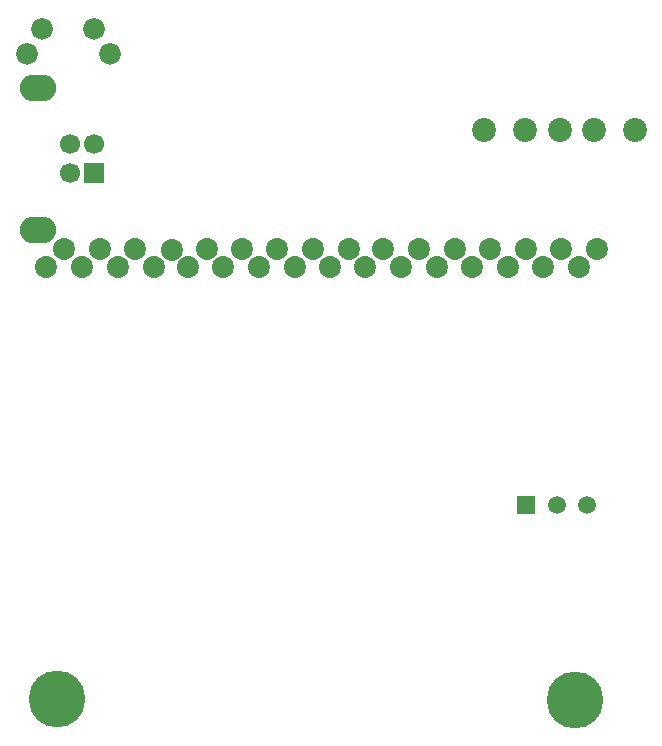
<source format=gbr>
%TF.GenerationSoftware,KiCad,Pcbnew,(6.0.2)*%
%TF.CreationDate,2022-08-25T20:59:28-05:00*%
%TF.ProjectId,REF1479,52454631-3437-4392-9e6b-696361645f70,rev?*%
%TF.SameCoordinates,Original*%
%TF.FileFunction,Soldermask,Bot*%
%TF.FilePolarity,Negative*%
%FSLAX46Y46*%
G04 Gerber Fmt 4.6, Leading zero omitted, Abs format (unit mm)*
G04 Created by KiCad (PCBNEW (6.0.2)) date 2022-08-25 20:59:28*
%MOMM*%
%LPD*%
G01*
G04 APERTURE LIST*
%ADD10R,1.500000X1.500000*%
%ADD11C,1.500000*%
%ADD12C,2.020000*%
%ADD13C,1.830000*%
%ADD14R,1.700000X1.700000*%
%ADD15C,1.700000*%
%ADD16O,3.090000X2.250000*%
%ADD17C,1.860000*%
%ADD18C,4.800000*%
G04 APERTURE END LIST*
D10*
%TO.C,Y1*%
X168694000Y-96045000D03*
D11*
X171271000Y-96048000D03*
X173853400Y-96048000D03*
%TD*%
D12*
%TO.C,J2*%
X168532000Y-64257000D03*
X171505000Y-64260000D03*
X174408000Y-64259000D03*
X165075000Y-64259000D03*
X177857000Y-64261000D03*
%TD*%
D13*
%TO.C,SW1*%
X126373000Y-57885500D03*
X127646000Y-55742500D03*
X132097000Y-55702500D03*
X133403000Y-57885500D03*
%TD*%
D14*
%TO.C,J1*%
X132055000Y-67964000D03*
D15*
X132055000Y-65464000D03*
X130055000Y-65464000D03*
X130055000Y-67964000D03*
D16*
X127345000Y-72734000D03*
X127345000Y-60694000D03*
%TD*%
D17*
%TO.C,J4*%
X174672000Y-74406000D03*
X173125500Y-75914000D03*
X171657100Y-74405900D03*
X170109000Y-75912000D03*
X168639000Y-74406000D03*
X167093000Y-75914000D03*
X165624600Y-74405900D03*
X164075000Y-75913000D03*
X162649000Y-74407000D03*
X161100200Y-75914000D03*
X159592100Y-74405900D03*
X158040000Y-75914000D03*
X156575800Y-74405900D03*
X155026000Y-75914000D03*
X153640000Y-74405000D03*
X152089000Y-75915000D03*
X150619000Y-74406000D03*
X149074000Y-75913000D03*
X147605000Y-74407000D03*
X146057000Y-75915000D03*
X144589000Y-74405000D03*
X143044000Y-75913000D03*
X141611000Y-74404000D03*
X140067000Y-75914000D03*
X138676000Y-74409000D03*
X137125000Y-75912000D03*
X135580000Y-74407000D03*
X134073000Y-75914000D03*
X132566000Y-74407000D03*
X131059000Y-75922000D03*
X129544000Y-74407000D03*
X128040500Y-75914000D03*
%TD*%
D18*
%TO.C,REF1*%
X128945000Y-112498000D03*
%TD*%
%TO.C,REF2*%
X172809000Y-112540000D03*
%TD*%
M02*

</source>
